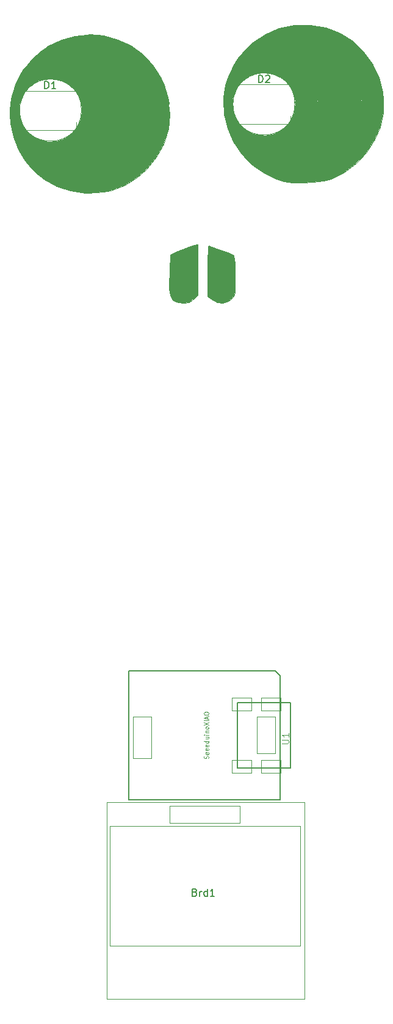
<source format=gbr>
G04 #@! TF.GenerationSoftware,KiCad,Pcbnew,(5.1.2)-1*
G04 #@! TF.CreationDate,2022-09-26T02:33:09+09:00*
G04 #@! TF.ProjectId,gopher_pilot_xiao,676f7068-6572-45f7-9069-6c6f745f7869,rev?*
G04 #@! TF.SameCoordinates,Original*
G04 #@! TF.FileFunction,Legend,Top*
G04 #@! TF.FilePolarity,Positive*
%FSLAX46Y46*%
G04 Gerber Fmt 4.6, Leading zero omitted, Abs format (unit mm)*
G04 Created by KiCad (PCBNEW (5.1.2)-1) date 2022-09-26 02:33:09*
%MOMM*%
%LPD*%
G04 APERTURE LIST*
%ADD10C,0.100000*%
%ADD11C,0.120000*%
%ADD12C,0.127000*%
%ADD13C,0.066040*%
%ADD14C,0.101600*%
%ADD15C,0.076200*%
%ADD16C,0.150000*%
G04 APERTURE END LIST*
D10*
G36*
X132392600Y-60951520D02*
G01*
X132672600Y-60951520D01*
X134842600Y-61341520D01*
X136792600Y-62101520D01*
X138562600Y-63231520D01*
X140062600Y-64621520D01*
X141312600Y-66321520D01*
X142222600Y-68231520D01*
X142752600Y-70291520D01*
X142862600Y-71141520D01*
X142862600Y-71421520D01*
X130612600Y-71541520D01*
X130532600Y-71041520D01*
X130382600Y-70481520D01*
X130202600Y-70071520D01*
X130022600Y-69711520D01*
X129762600Y-69331520D01*
X129472600Y-68971520D01*
X129182600Y-68691520D01*
X128882600Y-68451520D01*
X128652600Y-68291520D01*
X128432600Y-68151520D01*
X127912600Y-67901520D01*
X127522600Y-67761520D01*
X126932600Y-67631520D01*
X126602600Y-67591520D01*
X126152600Y-67581520D01*
X125972600Y-67591520D01*
X125642600Y-67631520D01*
X125302600Y-67691520D01*
X125022600Y-67771520D01*
X124672600Y-67891520D01*
X124312600Y-68051520D01*
X124102600Y-68161520D01*
X123912600Y-68281520D01*
X123752600Y-68391520D01*
X123332600Y-68731520D01*
X122992600Y-69071520D01*
X122722600Y-69421520D01*
X122522600Y-69721520D01*
X122362600Y-70021520D01*
X122222600Y-70361520D01*
X122142600Y-70571520D01*
X122062600Y-70831520D01*
X122002600Y-71101520D01*
X121962600Y-71351520D01*
X120622600Y-71331520D01*
X120662600Y-71021520D01*
X120752600Y-70451520D01*
X120832600Y-69901520D01*
X120912600Y-69371520D01*
X121172600Y-68501520D01*
X121572600Y-67611520D01*
X122052600Y-66531520D01*
X122722600Y-65581520D01*
X123242600Y-64841520D01*
X123752600Y-64331520D01*
X124272600Y-63821520D01*
X124762600Y-63371520D01*
X126492600Y-62221520D01*
X128352600Y-61421520D01*
X130462600Y-60981520D01*
X131662600Y-60961520D01*
X132392600Y-60951520D01*
G37*
X132392600Y-60951520D02*
X132672600Y-60951520D01*
X134842600Y-61341520D01*
X136792600Y-62101520D01*
X138562600Y-63231520D01*
X140062600Y-64621520D01*
X141312600Y-66321520D01*
X142222600Y-68231520D01*
X142752600Y-70291520D01*
X142862600Y-71141520D01*
X142862600Y-71421520D01*
X130612600Y-71541520D01*
X130532600Y-71041520D01*
X130382600Y-70481520D01*
X130202600Y-70071520D01*
X130022600Y-69711520D01*
X129762600Y-69331520D01*
X129472600Y-68971520D01*
X129182600Y-68691520D01*
X128882600Y-68451520D01*
X128652600Y-68291520D01*
X128432600Y-68151520D01*
X127912600Y-67901520D01*
X127522600Y-67761520D01*
X126932600Y-67631520D01*
X126602600Y-67591520D01*
X126152600Y-67581520D01*
X125972600Y-67591520D01*
X125642600Y-67631520D01*
X125302600Y-67691520D01*
X125022600Y-67771520D01*
X124672600Y-67891520D01*
X124312600Y-68051520D01*
X124102600Y-68161520D01*
X123912600Y-68281520D01*
X123752600Y-68391520D01*
X123332600Y-68731520D01*
X122992600Y-69071520D01*
X122722600Y-69421520D01*
X122522600Y-69721520D01*
X122362600Y-70021520D01*
X122222600Y-70361520D01*
X122142600Y-70571520D01*
X122062600Y-70831520D01*
X122002600Y-71101520D01*
X121962600Y-71351520D01*
X120622600Y-71331520D01*
X120662600Y-71021520D01*
X120752600Y-70451520D01*
X120832600Y-69901520D01*
X120912600Y-69371520D01*
X121172600Y-68501520D01*
X121572600Y-67611520D01*
X122052600Y-66531520D01*
X122722600Y-65581520D01*
X123242600Y-64841520D01*
X123752600Y-64331520D01*
X124272600Y-63821520D01*
X124762600Y-63371520D01*
X126492600Y-62221520D01*
X128352600Y-61421520D01*
X130462600Y-60981520D01*
X131662600Y-60961520D01*
X132392600Y-60951520D01*
G36*
X130562600Y-71591520D02*
G01*
X142862600Y-71451520D01*
X142842600Y-72381520D01*
X142822600Y-73161520D01*
X142822600Y-73191520D01*
X142382600Y-75141520D01*
X141592600Y-76981520D01*
X140482600Y-78681520D01*
X139082600Y-80151520D01*
X137422600Y-81361520D01*
X135512600Y-82291520D01*
X134502600Y-82561520D01*
X133072600Y-82781520D01*
X131592600Y-82861520D01*
X130182600Y-82811520D01*
X129042600Y-82631520D01*
X128012600Y-82301520D01*
X126192600Y-81431520D01*
X124562600Y-80271520D01*
X123102600Y-78761520D01*
X122242600Y-77481520D01*
X122002600Y-77131520D01*
X121202600Y-75301520D01*
X120722600Y-73371520D01*
X120622600Y-71381520D01*
X121952600Y-71401520D01*
X121932600Y-72361520D01*
X122072600Y-73081520D01*
X122412600Y-73941520D01*
X122852600Y-74641520D01*
X123542600Y-75341520D01*
X124202600Y-75781520D01*
X124802600Y-76041520D01*
X125482600Y-76211520D01*
X125942600Y-76261520D01*
X126372600Y-76281520D01*
X126922600Y-76241520D01*
X127392600Y-76141520D01*
X127902600Y-75961520D01*
X128252600Y-75811520D01*
X128662600Y-75561520D01*
X129022600Y-75311520D01*
X129412600Y-74941520D01*
X129682600Y-74641520D01*
X129952600Y-74251520D01*
X130232600Y-73731520D01*
X130442600Y-73191520D01*
X130582600Y-72451520D01*
X130632600Y-71981520D01*
X130562600Y-71591520D01*
G37*
X130562600Y-71591520D02*
X142862600Y-71451520D01*
X142842600Y-72381520D01*
X142822600Y-73161520D01*
X142822600Y-73191520D01*
X142382600Y-75141520D01*
X141592600Y-76981520D01*
X140482600Y-78681520D01*
X139082600Y-80151520D01*
X137422600Y-81361520D01*
X135512600Y-82291520D01*
X134502600Y-82561520D01*
X133072600Y-82781520D01*
X131592600Y-82861520D01*
X130182600Y-82811520D01*
X129042600Y-82631520D01*
X128012600Y-82301520D01*
X126192600Y-81431520D01*
X124562600Y-80271520D01*
X123102600Y-78761520D01*
X122242600Y-77481520D01*
X122002600Y-77131520D01*
X121202600Y-75301520D01*
X120722600Y-73371520D01*
X120622600Y-71381520D01*
X121952600Y-71401520D01*
X121932600Y-72361520D01*
X122072600Y-73081520D01*
X122412600Y-73941520D01*
X122852600Y-74641520D01*
X123542600Y-75341520D01*
X124202600Y-75781520D01*
X124802600Y-76041520D01*
X125482600Y-76211520D01*
X125942600Y-76261520D01*
X126372600Y-76281520D01*
X126922600Y-76241520D01*
X127392600Y-76141520D01*
X127902600Y-75961520D01*
X128252600Y-75811520D01*
X128662600Y-75561520D01*
X129022600Y-75311520D01*
X129412600Y-74941520D01*
X129682600Y-74641520D01*
X129952600Y-74251520D01*
X130232600Y-73731520D01*
X130442600Y-73191520D01*
X130582600Y-72451520D01*
X130632600Y-71981520D01*
X130562600Y-71591520D01*
G36*
X102112600Y-62291520D02*
G01*
X104072600Y-62461520D01*
X105982600Y-62981520D01*
X107772600Y-63821520D01*
X109412600Y-64991520D01*
X110812600Y-66451520D01*
X111932600Y-68201520D01*
X112442600Y-69301520D01*
X113032600Y-71321520D01*
X113082600Y-71881520D01*
X101012600Y-72461520D01*
X100932600Y-71821520D01*
X100682600Y-71071520D01*
X100282600Y-70341520D01*
X99842600Y-69791520D01*
X99242600Y-69271520D01*
X98782600Y-68971520D01*
X98272600Y-68731520D01*
X97692600Y-68541520D01*
X97222600Y-68461520D01*
X96742600Y-68431520D01*
X96322600Y-68451520D01*
X95902600Y-68501520D01*
X95342600Y-68641520D01*
X94882600Y-68811520D01*
X94412600Y-69061520D01*
X94132600Y-69251520D01*
X93832600Y-69481520D01*
X93582600Y-69721520D01*
X93362600Y-69961520D01*
X93072600Y-70341520D01*
X92902600Y-70611520D01*
X92762600Y-70881520D01*
X92622600Y-71191520D01*
X92502600Y-71531520D01*
X92422600Y-71851520D01*
X92392600Y-72041520D01*
X91112600Y-71951520D01*
X91212600Y-71231520D01*
X91252600Y-70891520D01*
X91512600Y-70101520D01*
X91722600Y-69441520D01*
X91852600Y-69061520D01*
X92402600Y-68051520D01*
X92822600Y-67281520D01*
X93492600Y-66451520D01*
X94152600Y-65641520D01*
X94722600Y-65101520D01*
X95442600Y-64571520D01*
X95932600Y-64211520D01*
X96372600Y-63881520D01*
X97132600Y-63511520D01*
X98232600Y-62981520D01*
X100112600Y-62471520D01*
X101732600Y-62321520D01*
X102112600Y-62291520D01*
G37*
X102112600Y-62291520D02*
X104072600Y-62461520D01*
X105982600Y-62981520D01*
X107772600Y-63821520D01*
X109412600Y-64991520D01*
X110812600Y-66451520D01*
X111932600Y-68201520D01*
X112442600Y-69301520D01*
X113032600Y-71321520D01*
X113082600Y-71881520D01*
X101012600Y-72461520D01*
X100932600Y-71821520D01*
X100682600Y-71071520D01*
X100282600Y-70341520D01*
X99842600Y-69791520D01*
X99242600Y-69271520D01*
X98782600Y-68971520D01*
X98272600Y-68731520D01*
X97692600Y-68541520D01*
X97222600Y-68461520D01*
X96742600Y-68431520D01*
X96322600Y-68451520D01*
X95902600Y-68501520D01*
X95342600Y-68641520D01*
X94882600Y-68811520D01*
X94412600Y-69061520D01*
X94132600Y-69251520D01*
X93832600Y-69481520D01*
X93582600Y-69721520D01*
X93362600Y-69961520D01*
X93072600Y-70341520D01*
X92902600Y-70611520D01*
X92762600Y-70881520D01*
X92622600Y-71191520D01*
X92502600Y-71531520D01*
X92422600Y-71851520D01*
X92392600Y-72041520D01*
X91112600Y-71951520D01*
X91212600Y-71231520D01*
X91252600Y-70891520D01*
X91512600Y-70101520D01*
X91722600Y-69441520D01*
X91852600Y-69061520D01*
X92402600Y-68051520D01*
X92822600Y-67281520D01*
X93492600Y-66451520D01*
X94152600Y-65641520D01*
X94722600Y-65101520D01*
X95442600Y-64571520D01*
X95932600Y-64211520D01*
X96372600Y-63881520D01*
X97132600Y-63511520D01*
X98232600Y-62981520D01*
X100112600Y-62471520D01*
X101732600Y-62321520D01*
X102112600Y-62291520D01*
G36*
X101002600Y-72511520D02*
G01*
X113042600Y-71911520D01*
X113222600Y-73371520D01*
X112992600Y-75411520D01*
X112352600Y-77471520D01*
X111332600Y-79281520D01*
X109972600Y-80961520D01*
X108752600Y-82111520D01*
X107012600Y-83181520D01*
X104952600Y-83971520D01*
X104012600Y-84111520D01*
X102952600Y-84211520D01*
X101872600Y-84241520D01*
X101472600Y-84231520D01*
X100482600Y-84091520D01*
X99422600Y-83951520D01*
X97522600Y-83331520D01*
X95832600Y-82391520D01*
X94642600Y-81441520D01*
X94072600Y-80871520D01*
X93162600Y-79821520D01*
X92202600Y-78261520D01*
X91492600Y-76511520D01*
X91072600Y-74651520D01*
X91032600Y-73391520D01*
X91012600Y-72791520D01*
X91112600Y-72001520D01*
X92382600Y-72091520D01*
X92322600Y-72621520D01*
X92362600Y-73331520D01*
X92442600Y-73801520D01*
X92592600Y-74321520D01*
X92802600Y-74751520D01*
X93042600Y-75181520D01*
X93282600Y-75511520D01*
X93602600Y-75851520D01*
X93912600Y-76141520D01*
X94202600Y-76361520D01*
X94522600Y-76561520D01*
X94892600Y-76741520D01*
X95232600Y-76881520D01*
X95592600Y-76991520D01*
X95962600Y-77071520D01*
X96352600Y-77121520D01*
X96732600Y-77121520D01*
X97082600Y-77111520D01*
X97512600Y-77051520D01*
X97812600Y-76981520D01*
X98122600Y-76881520D01*
X98352600Y-76791520D01*
X98632600Y-76661520D01*
X98862600Y-76531520D01*
X99122600Y-76371520D01*
X99362600Y-76201520D01*
X99692600Y-75911520D01*
X99862600Y-75731520D01*
X100022600Y-75551520D01*
X100242600Y-75261520D01*
X100412600Y-75001520D01*
X100492600Y-74851520D01*
X100622600Y-74611520D01*
X100732600Y-74331520D01*
X100832600Y-74061520D01*
X100932600Y-73641520D01*
X101012600Y-73111520D01*
X101002600Y-72511520D01*
G37*
X101002600Y-72511520D02*
X113042600Y-71911520D01*
X113222600Y-73371520D01*
X112992600Y-75411520D01*
X112352600Y-77471520D01*
X111332600Y-79281520D01*
X109972600Y-80961520D01*
X108752600Y-82111520D01*
X107012600Y-83181520D01*
X104952600Y-83971520D01*
X104012600Y-84111520D01*
X102952600Y-84211520D01*
X101872600Y-84241520D01*
X101472600Y-84231520D01*
X100482600Y-84091520D01*
X99422600Y-83951520D01*
X97522600Y-83331520D01*
X95832600Y-82391520D01*
X94642600Y-81441520D01*
X94072600Y-80871520D01*
X93162600Y-79821520D01*
X92202600Y-78261520D01*
X91492600Y-76511520D01*
X91072600Y-74651520D01*
X91032600Y-73391520D01*
X91012600Y-72791520D01*
X91112600Y-72001520D01*
X92382600Y-72091520D01*
X92322600Y-72621520D01*
X92362600Y-73331520D01*
X92442600Y-73801520D01*
X92592600Y-74321520D01*
X92802600Y-74751520D01*
X93042600Y-75181520D01*
X93282600Y-75511520D01*
X93602600Y-75851520D01*
X93912600Y-76141520D01*
X94202600Y-76361520D01*
X94522600Y-76561520D01*
X94892600Y-76741520D01*
X95232600Y-76881520D01*
X95592600Y-76991520D01*
X95962600Y-77071520D01*
X96352600Y-77121520D01*
X96732600Y-77121520D01*
X97082600Y-77111520D01*
X97512600Y-77051520D01*
X97812600Y-76981520D01*
X98122600Y-76881520D01*
X98352600Y-76791520D01*
X98632600Y-76661520D01*
X98862600Y-76531520D01*
X99122600Y-76371520D01*
X99362600Y-76201520D01*
X99692600Y-75911520D01*
X99862600Y-75731520D01*
X100022600Y-75551520D01*
X100242600Y-75261520D01*
X100412600Y-75001520D01*
X100492600Y-74851520D01*
X100622600Y-74611520D01*
X100732600Y-74331520D01*
X100832600Y-74061520D01*
X100932600Y-73641520D01*
X101012600Y-73111520D01*
X101002600Y-72511520D01*
D11*
X130562601Y-71931520D02*
G75*
G03X130562601Y-71931520I-4288928J0D01*
G01*
X100962601Y-72781520D02*
G75*
G03X100962601Y-72781520I-4288928J0D01*
G01*
D10*
G36*
X117112600Y-91351520D02*
G01*
X117112600Y-92651520D01*
X117112600Y-94161520D01*
X117112600Y-95411520D01*
X117102600Y-96821520D01*
X117112600Y-98431520D01*
X116602600Y-98901520D01*
X116452600Y-99041520D01*
X115872600Y-99391520D01*
X115072600Y-99501520D01*
X114472600Y-99461520D01*
X114012600Y-99351520D01*
X113662600Y-99111520D01*
X113342600Y-98581520D01*
X113262600Y-98401520D01*
X113172600Y-98021520D01*
X113132600Y-97441520D01*
X113132600Y-96481520D01*
X113162600Y-95601520D01*
X113222600Y-94511520D01*
X113292600Y-93301520D01*
X113312600Y-92781520D01*
X113992600Y-92471520D01*
X114712600Y-92161520D01*
X115202600Y-91961520D01*
X116042600Y-91641520D01*
X116582600Y-91481520D01*
X117112600Y-91351520D01*
G37*
X117112600Y-91351520D02*
X117112600Y-92651520D01*
X117112600Y-94161520D01*
X117112600Y-95411520D01*
X117102600Y-96821520D01*
X117112600Y-98431520D01*
X116602600Y-98901520D01*
X116452600Y-99041520D01*
X115872600Y-99391520D01*
X115072600Y-99501520D01*
X114472600Y-99461520D01*
X114012600Y-99351520D01*
X113662600Y-99111520D01*
X113342600Y-98581520D01*
X113262600Y-98401520D01*
X113172600Y-98021520D01*
X113132600Y-97441520D01*
X113132600Y-96481520D01*
X113162600Y-95601520D01*
X113222600Y-94511520D01*
X113292600Y-93301520D01*
X113312600Y-92781520D01*
X113992600Y-92471520D01*
X114712600Y-92161520D01*
X115202600Y-91961520D01*
X116042600Y-91641520D01*
X116582600Y-91481520D01*
X117112600Y-91351520D01*
G36*
X118612600Y-91591520D02*
G01*
X119702600Y-91941520D01*
X121252600Y-92511520D01*
X122132600Y-92901520D01*
X122232600Y-94021520D01*
X122272600Y-95221520D01*
X122272600Y-97731520D01*
X122222600Y-98021520D01*
X122182600Y-98401520D01*
X121962600Y-98751520D01*
X121702600Y-99041520D01*
X121322600Y-99291520D01*
X120572600Y-99541520D01*
X119762600Y-99441520D01*
X119002600Y-99041520D01*
X118432600Y-98591520D01*
X118432600Y-96601520D01*
X118412600Y-94751520D01*
X118452600Y-93621520D01*
X118522600Y-92171520D01*
X118522600Y-91761520D01*
X118612600Y-91591520D01*
G37*
X118612600Y-91591520D02*
X119702600Y-91941520D01*
X121252600Y-92511520D01*
X122132600Y-92901520D01*
X122232600Y-94021520D01*
X122272600Y-95221520D01*
X122272600Y-97731520D01*
X122222600Y-98021520D01*
X122182600Y-98401520D01*
X121962600Y-98751520D01*
X121702600Y-99041520D01*
X121322600Y-99291520D01*
X120572600Y-99541520D01*
X119762600Y-99441520D01*
X119002600Y-99041520D01*
X118432600Y-98591520D01*
X118432600Y-96601520D01*
X118412600Y-94751520D01*
X118452600Y-93621520D01*
X118522600Y-92171520D01*
X118522600Y-91761520D01*
X118612600Y-91591520D01*
D12*
X122589820Y-154904200D02*
X129943120Y-154904200D01*
X122589820Y-163903420D02*
X122589820Y-154904200D01*
X129943120Y-163903420D02*
X122589820Y-163903420D01*
X129943120Y-154909280D02*
X129943120Y-163903420D01*
X127847620Y-150510000D02*
X107520000Y-150510000D01*
X128518180Y-151180560D02*
X127847620Y-150510000D01*
X128518180Y-168307780D02*
X128518180Y-151180560D01*
X107520000Y-168307780D02*
X128518180Y-168307780D01*
X107520000Y-150510000D02*
X107520000Y-168307780D01*
D13*
X125935000Y-162829000D02*
X128602000Y-162829000D01*
X128602000Y-162829000D02*
X128602000Y-164607000D01*
X125935000Y-164607000D02*
X128602000Y-164607000D01*
X125935000Y-162829000D02*
X125935000Y-164607000D01*
X121868460Y-162829000D02*
X124538000Y-162829000D01*
X124538000Y-162829000D02*
X124538000Y-164607000D01*
X121868460Y-164607000D02*
X124538000Y-164607000D01*
X121868460Y-162829000D02*
X121868460Y-164607000D01*
X121868460Y-154193000D02*
X124538000Y-154193000D01*
X124538000Y-154193000D02*
X124538000Y-155971000D01*
X121868460Y-155971000D02*
X124538000Y-155971000D01*
X121868460Y-154193000D02*
X121868460Y-155971000D01*
X125935000Y-154193000D02*
X128602000Y-154193000D01*
X128602000Y-154193000D02*
X128602000Y-155971000D01*
X125935000Y-155971000D02*
X128602000Y-155971000D01*
X125935000Y-154193000D02*
X125935000Y-155971000D01*
X108155000Y-156860000D02*
X110695000Y-156860000D01*
X110695000Y-156860000D02*
X110695000Y-162575000D01*
X108155000Y-162575000D02*
X110695000Y-162575000D01*
X108155000Y-156860000D02*
X108155000Y-162575000D01*
X125300000Y-156860000D02*
X127840000Y-156860000D01*
X127840000Y-156860000D02*
X127840000Y-161940000D01*
X125300000Y-161940000D02*
X127840000Y-161940000D01*
X125300000Y-156860000D02*
X125300000Y-161940000D01*
D11*
X104470000Y-168680000D02*
X131870000Y-168680000D01*
X131870000Y-168680000D02*
X131870000Y-195980000D01*
X131870000Y-195980000D02*
X104470000Y-195980000D01*
X104470000Y-195980000D02*
X104470000Y-168680000D01*
X127992000Y-188575000D02*
X104892000Y-188575000D01*
X104892000Y-188575000D02*
X104892000Y-171975000D01*
X104892000Y-171975000D02*
X127992000Y-171975000D01*
X113171000Y-169169000D02*
X122950000Y-169169000D01*
X122950000Y-169169000D02*
X122950000Y-171582000D01*
X122950000Y-171582000D02*
X113171000Y-171582000D01*
X113171000Y-169169000D02*
X113171000Y-171582000D01*
X127992000Y-171975000D02*
X131078000Y-171975000D01*
X127992000Y-188575000D02*
X131332000Y-188600000D01*
X131332000Y-188600000D02*
X131332000Y-171963000D01*
X131332000Y-171963000D02*
X131078000Y-171975000D01*
X129965300Y-74728320D02*
X129965300Y-73578320D01*
X122665300Y-74728320D02*
X129965300Y-74728320D01*
X122665300Y-69228320D02*
X129965300Y-69228320D01*
X100266520Y-75592120D02*
X100266520Y-74442120D01*
X92966520Y-75592120D02*
X100266520Y-75592120D01*
X92966520Y-70092120D02*
X100266520Y-70092120D01*
D14*
X128813666Y-160521833D02*
X129533333Y-160521833D01*
X129618000Y-160479500D01*
X129660333Y-160437166D01*
X129702666Y-160352500D01*
X129702666Y-160183166D01*
X129660333Y-160098500D01*
X129618000Y-160056166D01*
X129533333Y-160013833D01*
X128813666Y-160013833D01*
X129702666Y-159124833D02*
X129702666Y-159632833D01*
X129702666Y-159378833D02*
X128813666Y-159378833D01*
X128940666Y-159463500D01*
X129025333Y-159548166D01*
X129067666Y-159632833D01*
D15*
X118561742Y-162622171D02*
X118590771Y-162535085D01*
X118590771Y-162389942D01*
X118561742Y-162331885D01*
X118532714Y-162302857D01*
X118474657Y-162273828D01*
X118416600Y-162273828D01*
X118358542Y-162302857D01*
X118329514Y-162331885D01*
X118300485Y-162389942D01*
X118271457Y-162506057D01*
X118242428Y-162564114D01*
X118213400Y-162593142D01*
X118155342Y-162622171D01*
X118097285Y-162622171D01*
X118039228Y-162593142D01*
X118010200Y-162564114D01*
X117981171Y-162506057D01*
X117981171Y-162360914D01*
X118010200Y-162273828D01*
X118561742Y-161780342D02*
X118590771Y-161838400D01*
X118590771Y-161954514D01*
X118561742Y-162012571D01*
X118503685Y-162041600D01*
X118271457Y-162041600D01*
X118213400Y-162012571D01*
X118184371Y-161954514D01*
X118184371Y-161838400D01*
X118213400Y-161780342D01*
X118271457Y-161751314D01*
X118329514Y-161751314D01*
X118387571Y-162041600D01*
X118561742Y-161257828D02*
X118590771Y-161315885D01*
X118590771Y-161432000D01*
X118561742Y-161490057D01*
X118503685Y-161519085D01*
X118271457Y-161519085D01*
X118213400Y-161490057D01*
X118184371Y-161432000D01*
X118184371Y-161315885D01*
X118213400Y-161257828D01*
X118271457Y-161228800D01*
X118329514Y-161228800D01*
X118387571Y-161519085D01*
X118561742Y-160735314D02*
X118590771Y-160793371D01*
X118590771Y-160909485D01*
X118561742Y-160967542D01*
X118503685Y-160996571D01*
X118271457Y-160996571D01*
X118213400Y-160967542D01*
X118184371Y-160909485D01*
X118184371Y-160793371D01*
X118213400Y-160735314D01*
X118271457Y-160706285D01*
X118329514Y-160706285D01*
X118387571Y-160996571D01*
X118590771Y-160183771D02*
X117981171Y-160183771D01*
X118561742Y-160183771D02*
X118590771Y-160241828D01*
X118590771Y-160357942D01*
X118561742Y-160416000D01*
X118532714Y-160445028D01*
X118474657Y-160474057D01*
X118300485Y-160474057D01*
X118242428Y-160445028D01*
X118213400Y-160416000D01*
X118184371Y-160357942D01*
X118184371Y-160241828D01*
X118213400Y-160183771D01*
X118184371Y-159632228D02*
X118590771Y-159632228D01*
X118184371Y-159893485D02*
X118503685Y-159893485D01*
X118561742Y-159864457D01*
X118590771Y-159806400D01*
X118590771Y-159719314D01*
X118561742Y-159661257D01*
X118532714Y-159632228D01*
X118590771Y-159341942D02*
X118184371Y-159341942D01*
X117981171Y-159341942D02*
X118010200Y-159370971D01*
X118039228Y-159341942D01*
X118010200Y-159312914D01*
X117981171Y-159341942D01*
X118039228Y-159341942D01*
X118184371Y-159051657D02*
X118590771Y-159051657D01*
X118242428Y-159051657D02*
X118213400Y-159022628D01*
X118184371Y-158964571D01*
X118184371Y-158877485D01*
X118213400Y-158819428D01*
X118271457Y-158790400D01*
X118590771Y-158790400D01*
X118590771Y-158413028D02*
X118561742Y-158471085D01*
X118532714Y-158500114D01*
X118474657Y-158529142D01*
X118300485Y-158529142D01*
X118242428Y-158500114D01*
X118213400Y-158471085D01*
X118184371Y-158413028D01*
X118184371Y-158325942D01*
X118213400Y-158267885D01*
X118242428Y-158238857D01*
X118300485Y-158209828D01*
X118474657Y-158209828D01*
X118532714Y-158238857D01*
X118561742Y-158267885D01*
X118590771Y-158325942D01*
X118590771Y-158413028D01*
X117981171Y-158006628D02*
X118590771Y-157600228D01*
X117981171Y-157600228D02*
X118590771Y-158006628D01*
X118590771Y-157368000D02*
X117981171Y-157368000D01*
X118416600Y-157106742D02*
X118416600Y-156816457D01*
X118590771Y-157164800D02*
X117981171Y-156961600D01*
X118590771Y-156758400D01*
X117981171Y-156439085D02*
X117981171Y-156322971D01*
X118010200Y-156264914D01*
X118068257Y-156206857D01*
X118184371Y-156177828D01*
X118387571Y-156177828D01*
X118503685Y-156206857D01*
X118561742Y-156264914D01*
X118590771Y-156322971D01*
X118590771Y-156439085D01*
X118561742Y-156497142D01*
X118503685Y-156555200D01*
X118387571Y-156584228D01*
X118184371Y-156584228D01*
X118068257Y-156555200D01*
X118010200Y-156497142D01*
X117981171Y-156439085D01*
D16*
X116703333Y-181162571D02*
X116846190Y-181210190D01*
X116893809Y-181257809D01*
X116941428Y-181353047D01*
X116941428Y-181495904D01*
X116893809Y-181591142D01*
X116846190Y-181638761D01*
X116750952Y-181686380D01*
X116370000Y-181686380D01*
X116370000Y-180686380D01*
X116703333Y-180686380D01*
X116798571Y-180734000D01*
X116846190Y-180781619D01*
X116893809Y-180876857D01*
X116893809Y-180972095D01*
X116846190Y-181067333D01*
X116798571Y-181114952D01*
X116703333Y-181162571D01*
X116370000Y-181162571D01*
X117370000Y-181686380D02*
X117370000Y-181019714D01*
X117370000Y-181210190D02*
X117417619Y-181114952D01*
X117465238Y-181067333D01*
X117560476Y-181019714D01*
X117655714Y-181019714D01*
X118417619Y-181686380D02*
X118417619Y-180686380D01*
X118417619Y-181638761D02*
X118322380Y-181686380D01*
X118131904Y-181686380D01*
X118036666Y-181638761D01*
X117989047Y-181591142D01*
X117941428Y-181495904D01*
X117941428Y-181210190D01*
X117989047Y-181114952D01*
X118036666Y-181067333D01*
X118131904Y-181019714D01*
X118322380Y-181019714D01*
X118417619Y-181067333D01*
X119417619Y-181686380D02*
X118846190Y-181686380D01*
X119131904Y-181686380D02*
X119131904Y-180686380D01*
X119036666Y-180829238D01*
X118941428Y-180924476D01*
X118846190Y-180972095D01*
X125577204Y-68930700D02*
X125577204Y-67930700D01*
X125815300Y-67930700D01*
X125958157Y-67978320D01*
X126053395Y-68073558D01*
X126101014Y-68168796D01*
X126148633Y-68359272D01*
X126148633Y-68502129D01*
X126101014Y-68692605D01*
X126053395Y-68787843D01*
X125958157Y-68883081D01*
X125815300Y-68930700D01*
X125577204Y-68930700D01*
X126529585Y-68025939D02*
X126577204Y-67978320D01*
X126672442Y-67930700D01*
X126910538Y-67930700D01*
X127005776Y-67978320D01*
X127053395Y-68025939D01*
X127101014Y-68121177D01*
X127101014Y-68216415D01*
X127053395Y-68359272D01*
X126481966Y-68930700D01*
X127101014Y-68930700D01*
X95878424Y-69794500D02*
X95878424Y-68794500D01*
X96116520Y-68794500D01*
X96259377Y-68842120D01*
X96354615Y-68937358D01*
X96402234Y-69032596D01*
X96449853Y-69223072D01*
X96449853Y-69365929D01*
X96402234Y-69556405D01*
X96354615Y-69651643D01*
X96259377Y-69746881D01*
X96116520Y-69794500D01*
X95878424Y-69794500D01*
X97402234Y-69794500D02*
X96830805Y-69794500D01*
X97116520Y-69794500D02*
X97116520Y-68794500D01*
X97021281Y-68937358D01*
X96926043Y-69032596D01*
X96830805Y-69080215D01*
M02*

</source>
